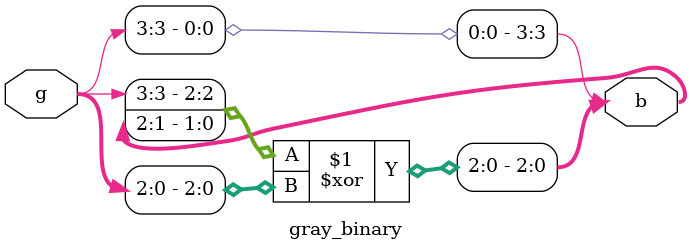
<source format=v>
module gray_binary(b,g);
parameter N=4;
input [N-1:0]g;
output [N-1:0]b;
assign b={g[N-1],b[N-1:1]^g[N-2:0]};
endmodule


//b=0111,g=0100
//# b=0001,g=0001
//# b=1110,g=1001
//# b=0010,g=0011
//# b=1001,g=1101


</source>
